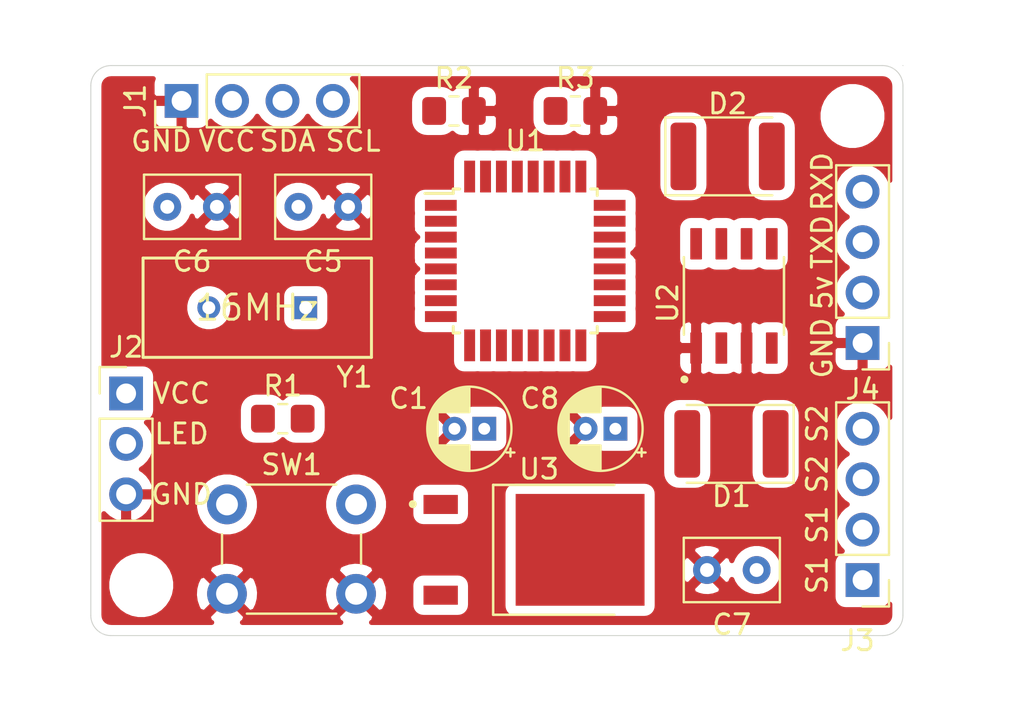
<source format=kicad_pcb>
(kicad_pcb (version 20211014) (generator pcbnew)
  (layers (0 "F.Cu" signal) (31 "B.Cu" signal) (34 "B.Paste" user) (35 "F.Paste" user) (36 "B.SilkS" user "B.Silkscreen") (37 "F.SilkS" user "F.Silkscreen") (38 "B.Mask" user) (39 "F.Mask" user) (44 "Edge.Cuts" user))
  (net 0 "")
  (net 1 "+5V")
  (net 2 "GND")
  (net 5 "VCC")
  (net 6 "/SOL1")
  (net 7 "/SOL2")
  (net 8 "/SCL")
  (net 9 "/SDA")
  (net 10 "/LED")
  (net 11 "/TXD")
  (net 12 "/RXD")
  (net 14 "/Gate1")
  (net 15 "/Gate2")
  (footprint "Capacitor_THT:C_Rect_L4.6mm_W3.0mm_P2.50mm_MKS02_FKP02" (layer "F.Cu") (at 156.972 123.698 180)
    (fp_text reference "C5" (at 1.25 -2.75) (layer "F.SilkS"))
    (fp_text value "22pF")
    (fp_line (start -1.17 -1.62) (end 3.67 -1.62) (layer "F.SilkS") (width 0.12))
    (fp_line (start -1.17 1.62) (end 3.67 1.62) (layer "F.SilkS") (width 0.12))
    (fp_line (start -1.17 -1.62) (end -1.17 1.62) (layer "F.SilkS") (width 0.12))
    (fp_line (start 3.67 -1.62) (end 3.67 1.62) (layer "F.SilkS") (width 0.12))
    (pad "1" thru_hole circle locked (at 0 0 180) (size 1.4 1.4) (drill 0.7) (layers *.Cu *.Mask) (net 2 "GND"))
    (pad "2" thru_hole circle locked (at 2.5 0 180) (size 1.4 1.4) (drill 0.7) (layers *.Cu *.Mask))
  )
  (footprint "Capacitor_THT:C_Rect_L4.6mm_W3.0mm_P2.50mm_MKS02_FKP02" (layer "F.Cu") (at 150.368 123.698 180)
    (fp_text reference "C6" (at 1.25 -2.75) (layer "F.SilkS"))
    (fp_text value "22pF")
    (fp_line (start 3.67 -1.62) (end 3.67 1.62) (layer "F.SilkS") (width 0.12))
    (fp_line (start -1.17 1.62) (end 3.67 1.62) (layer "F.SilkS") (width 0.12))
    (fp_line (start -1.17 -1.62) (end -1.17 1.62) (layer "F.SilkS") (width 0.12))
    (fp_line (start -1.17 -1.62) (end 3.67 -1.62) (layer "F.SilkS") (width 0.12))
    (pad "1" thru_hole circle locked (at 0 0 180) (size 1.4 1.4) (drill 0.7) (layers *.Cu *.Mask) (net 2 "GND"))
    (pad "2" thru_hole circle locked (at 2.5 0 180) (size 1.4 1.4) (drill 0.7) (layers *.Cu *.Mask))
  )
  (footprint "Capacitor_THT:C_Rect_L4.6mm_W3.0mm_P2.50mm_MKS02_FKP02" (layer "F.Cu") (at 177.546 141.986 180)
    (fp_text reference "C7" (at 1.25 -2.75) (layer "F.SilkS"))
    (fp_text value "0.33uF")
    (fp_line (start -1.17 -1.62) (end 3.67 -1.62) (layer "F.SilkS") (width 0.12))
    (fp_line (start -1.17 1.62) (end 3.67 1.62) (layer "F.SilkS") (width 0.12))
    (fp_line (start -1.17 -1.62) (end -1.17 1.62) (layer "F.SilkS") (width 0.12))
    (fp_line (start 3.67 -1.62) (end 3.67 1.62) (layer "F.SilkS") (width 0.12))
    (pad "1" thru_hole circle locked (at 0 0 180) (size 1.4 1.4) (drill 0.7) (layers *.Cu *.Mask) (net 5 "VCC"))
    (pad "2" thru_hole circle locked (at 2.5 0 180) (size 1.4 1.4) (drill 0.7) (layers *.Cu *.Mask) (net 2 "GND"))
  )
  (footprint "Capacitor_THT:CP_Radial_D4.0mm_P1.50mm" (layer "F.Cu") (at 170.434 134.874 180)
    (fp_text reference "C8" (at 3.81 1.524) (layer "F.SilkS"))
    (fp_text value "0.1uF")
    (fp_line (start 2.191 0.84) (end 2.191 1.516) (layer "F.SilkS") (width 0.12))
    (fp_line (start 1.791 0.84) (end 1.791 1.808) (layer "F.SilkS") (width 0.12))
    (fp_line (start 1.591 0.84) (end 1.591 1.907) (layer "F.SilkS") (width 0.12))
    (fp_line (start 0.83 -2.079) (end 0.83 -0.84) (layer "F.SilkS") (width 0.12))
    (fp_line (start 1.19 0.84) (end 1.19 2.034) (layer "F.SilkS") (width 0.12))
    (fp_line (start 1.27 0.84) (end 1.27 2.016) (layer "F.SilkS") (width 0.12))
    (fp_line (start 1.39 0.84) (end 1.39 1.982) (layer "F.SilkS") (width 0.12))
    (fp_line (start 1.951 -1.708) (end 1.951 -0.84) (layer "F.SilkS") (width 0.12))
    (fp_line (start 1.43 -1.968) (end 1.43 -0.84) (layer "F.SilkS") (width 0.12))
    (fp_line (start 1.831 -1.785) (end 1.831 -0.84) (layer "F.SilkS") (width 0.12))
    (fp_line (start 1.551 -1.924) (end 1.551 -0.84) (layer "F.SilkS") (width 0.12))
    (fp_line (start 2.551 -1.08) (end 2.551 1.08) (layer "F.SilkS") (width 0.12))
    (fp_line (start 2.071 0.84) (end 2.071 1.619) (layer "F.SilkS") (width 0.12))
    (fp_line (start 2.231 0.84) (end 2.231 1.478) (layer "F.SilkS") (width 0.12))
    (fp_line (start 1.07 0.84) (end 1.07 2.056) (layer "F.SilkS") (width 0.12))
    (fp_line (start 1.511 -1.94) (end 1.511 -0.84) (layer "F.SilkS") (width 0.12))
    (fp_line (start 1.43 0.84) (end 1.43 1.968) (layer "F.SilkS") (width 0.12))
    (fp_line (start 1.23 0.84) (end 1.23 2.025) (layer "F.SilkS") (width 0.12))
    (fp_line (start 2.351 -1.351) (end 2.351 1.351) (layer "F.SilkS") (width 0.12))
    (fp_line (start 2.031 0.84) (end 2.031 1.65) (layer "F.SilkS") (width 0.12))
    (fp_line (start 1.671 0.84) (end 1.671 1.87) (layer "F.SilkS") (width 0.12))
    (fp_line (start 2.311 -1.396) (end 2.311 -0.84) (layer "F.SilkS") (width 0.12))
    (fp_line (start 2.711 -0.768) (end 2.711 0.768) (layer "F.SilkS") (width 0.12))
    (fp_line (start 1.671 -1.87) (end 1.671 -0.84) (layer "F.SilkS") (width 0.12))
    (fp_line (start 1.791 -1.808) (end 1.791 -0.84) (layer "F.SilkS") (width 0.12))
    (fp_line (start 1.551 0.84) (end 1.551 1.924) (layer "F.SilkS") (width 0.12))
    (fp_line (start 1.03 0.84) (end 1.03 2.062) (layer "F.SilkS") (width 0.12))
    (fp_line (start 1.751 -1.83) (end 1.751 -0.84) (layer "F.SilkS") (width 0.12))
    (fp_line (start 1.871 -1.76) (end 1.871 -0.84) (layer "F.SilkS") (width 0.12))
    (fp_line (start 0.95 -2.071) (end 0.95 -0.84) (layer "F.SilkS") (width 0.12))
    (fp_line (start 1.911 0.84) (end 1.911 1.735) (layer "F.SilkS") (width 0.12))
    (fp_line (start 1.711 0.84) (end 1.711 1.851) (layer "F.SilkS") (width 0.12))
    (fp_line (start 0.95 0.84) (end 0.95 2.071) (layer "F.SilkS") (width 0.12))
    (fp_line (start 1.27 -2.016) (end 1.27 -0.84) (layer "F.SilkS") (width 0.12))
    (fp_line (start 0.75 0.84) (end 0.75 2.08) (layer "F.SilkS") (width 0.12))
    (fp_line (start 2.111 -1.587) (end 2.111 -0.84) (layer "F.SilkS") (width 0.12))
    (fp_line (start 1.631 0.84) (end 1.631 1.889) (layer "F.SilkS") (width 0.12))
    (fp_line (start 0.91 -2.074) (end 0.91 -0.84) (layer "F.SilkS") (width 0.12))
    (fp_line (start 0.87 0.84) (end 0.87 2.077) (layer "F.SilkS") (width 0.12))
    (fp_line (start 2.231 -1.478) (end 2.231 -0.84) (layer "F.SilkS") (width 0.12))
    (fp_line (start 0.91 0.84) (end 0.91 2.074) (layer "F.SilkS") (width 0.12))
    (fp_line (start 2.591 -1.013) (end 2.591 1.013) (layer "F.SilkS") (width 0.12))
    (fp_line (start 1.35 0.84) (end 1.35 1.994) (layer "F.SilkS") (width 0.12))
    (fp_line (start 2.031 -1.65) (end 2.031 -0.84) (layer "F.SilkS") (width 0.12))
    (fp_line (start 1.31 -2.005) (end 1.31 -0.84) (layer "F.SilkS") (width 0.12))
    (fp_line (start 2.471 -1.2) (end 2.471 1.2) (layer "F.SilkS") (width 0.12))
    (fp_line (start 1.511 0.84) (end 1.511 1.94) (layer "F.SilkS") (width 0.12))
    (fp_line (start 1.15 0.84) (end 1.15 2.042) (layer "F.SilkS") (width 0.12))
    (fp_line (start 0.87 -2.077) (end 0.87 -0.84) (layer "F.SilkS") (width 0.12))
    (fp_line (start 1.03 -2.062) (end 1.03 -0.84) (layer "F.SilkS") (width 0.12))
    (fp_line (start 1.951 0.84) (end 1.951 1.708) (layer "F.SilkS") (width 0.12))
    (fp_line (start 1.991 -1.68) (end 1.991 -0.84) (layer "F.SilkS") (width 0.12))
    (fp_line (start -1.319801 -1.395) (end -1.319801 -0.995) (layer "F.SilkS") (width 0.12))
    (fp_line (start 1.631 -1.889) (end 1.631 -0.84) (layer "F.SilkS") (width 0.12))
    (fp_line (start -1.519801 -1.195) (end -1.119801 -1.195) (layer "F.SilkS") (width 0.12))
    (fp_line (start 1.471 -1.954) (end 1.471 -0.84) (layer "F.SilkS") (width 0.12))
    (fp_line (start 2.151 -1.552) (end 2.151 -0.84) (layer "F.SilkS") (width 0.12))
    (fp_line (start 2.191 -1.516) (end 2.191 -0.84) (layer "F.SilkS") (width 0.12))
    (fp_line (start 1.751 0.84) (end 1.751 1.83) (layer "F.SilkS") (width 0.12))
    (fp_line (start 1.991 0.84) (end 1.991 1.68) (layer "F.SilkS") (width 0.12))
    (fp_line (start 1.07 -2.056) (end 1.07 -0.84) (layer "F.SilkS") (width 0.12))
    (fp_line (start 1.15 -2.042) (end 1.15 -0.84) (layer "F.SilkS") (width 0.12))
    (fp_line (start 1.711 -1.851) (end 1.711 -0.84) (layer "F.SilkS") (width 0.12))
    (fp_line (start 2.071 -1.619) (end 2.071 -0.84) (layer "F.SilkS") (width 0.12))
    (fp_line (start 2.271 0.84) (end 2.271 1.438) (layer "F.SilkS") (width 0.12))
    (fp_line (start 2.271 -1.438) (end 2.271 -0.84) (layer "F.SilkS") (width 0.12))
    (fp_line (start 2.631 -0.94) (end 2.631 0.94) (layer "F.SilkS") (width 0.12))
    (fp_line (start 1.11 0.84) (end 1.11 2.05) (layer "F.SilkS") (width 0.12))
    (fp_line (start 2.431 -1.254) (end 2.431 1.254) (layer "F.SilkS") (width 0.12))
    (fp_line (start 0.99 -2.067) (end 0.99 -0.84) (layer "F.SilkS") (width 0.12))
    (fp_line (start 0.79 0.84) (end 0.79 2.08) (layer "F.SilkS") (width 0.12))
    (fp_line (start 1.871 0.84) (end 1.871 1.76) (layer "F.SilkS") (width 0.12))
    (fp_line (start 2.391 -1.304) (end 2.391 1.304) (layer "F.SilkS") (width 0.12))
    (fp_line (start 2.511 -1.142) (end 2.511 1.142) (layer "F.SilkS") (width 0.12))
    (fp_line (start 2.831 -0.37) (end 2.831 0.37) (layer "F.SilkS") (width 0.12))
    (fp_line (start 2.671 -0.859) (end 2.671 0.859) (layer "F.SilkS") (width 0.12))
    (fp_line (start 2.791 -0.537) (end 2.791 0.537) (layer "F.SilkS") (width 0.12))
    (fp_line (start 1.11 -2.05) (end 1.11 -0.84) (layer "F.SilkS") (width 0.12))
    (fp_line (start 2.311 0.84) (end 2.311 1.396) (layer "F.SilkS") (width 0.12))
    (fp_line (start 2.151 0.84) (end 2.151 1.552) (layer "F.SilkS") (width 0.12))
    (fp_line (start 1.23 -2.025) (end 1.23 -0.84) (layer "F.SilkS") (width 0.12))
    (fp_line (start 1.31 0.84) (end 1.31 2.005) (layer "F.SilkS") (width 0.12))
    (fp_line (start 2.751 -0.664) (end 2.751 0.664) (layer "F.SilkS") (width 0.12))
    (fp_line (start 0.75 -2.08) (end 0.75 -0.84) (layer "F.SilkS") (width 0.12))
    (fp_line (start 1.39 -1.982) (end 1.39 -0.84) (layer "F.SilkS") (width 0.12))
    (fp_line (start 1.35 -1.994) (end 1.35 -0.84) (layer "F.SilkS") (width 0.12))
    (fp_line (start 1.591 -1.907) (end 1.591 -0.84) (layer "F.SilkS") (width 0.12))
    (fp_line (start 0.79 -2.08) (end 0.79 -0.84) (layer "F.SilkS") (width 0.12))
    (fp_line (start 1.911 -1.735) (end 1.911 -0.84) (layer "F.SilkS") (width 0.12))
    (fp_line (start 1.471 0.84) (end 1.471 1.954) (layer "F.SilkS") (width 0.12))
    (fp_line (start 0.99 0.84) (end 0.99 2.067) (layer "F.SilkS") (width 0.12))
    (fp_line (start 2.111 0.84) (end 2.111 1.587) (layer "F.SilkS") (width 0.12))
    (fp_line (start 1.831 0.84) (end 1.831 1.785) (layer "F.SilkS") (width 0.12))
    (fp_line (start 0.83 0.84) (end 0.83 2.079) (layer "F.SilkS") (width 0.12))
    (fp_line (start 1.19 -2.034) (end 1.19 -0.84) (layer "F.SilkS") (width 0.12))
    (fp_circle (center 0.75 0) (end 2.87 0) (layer "F.SilkS") (width 0.12) (fill none))
    (pad "1" thru_hole rect locked (at 0 0 180) (size 1.2 1.2) (drill 0.6) (layers *.Cu *.Mask) (net 1 "+5V"))
    (pad "2" thru_hole circle locked (at 1.5 0 180) (size 1.2 1.2) (drill 0.6) (layers *.Cu *.Mask) (net 2 "GND"))
  )
  (footprint "Diode_SMD:D_1812_4532Metric_Pad1.30x3.40mm_HandSolder" (layer "F.Cu") (at 176.276 135.636 180)
    (fp_text reference "D1" (at 0 -2.65) (layer "F.SilkS"))
    (fp_text value "DIODE")
    (fp_line (start -3.135 1.96) (end 2.25 1.96) (layer "F.SilkS") (width 0.12))
    (fp_line (start 2.25 -1.96) (end -3.135 -1.96) (layer "F.SilkS") (width 0.12))
    (fp_line (start -3.135 -1.96) (end -3.135 1.96) (layer "F.SilkS") (width 0.12))
    (pad "1" smd roundrect locked (at -2.225 0 180) (size 1.3 3.4) (layers "F.Cu" "F.Paste" "F.Mask") (roundrect_rratio 0.192308) (net 6 "/SOL1"))
    (pad "2" smd roundrect locked (at 2.225 0 180) (size 1.3 3.4) (layers "F.Cu" "F.Paste" "F.Mask") (roundrect_rratio 0.192308) (net 5 "VCC"))
  )
  (footprint "Diode_SMD:D_1812_4532Metric_Pad1.30x3.40mm_HandSolder" (layer "F.Cu") (at 176.083 121.158)
    (fp_text reference "D2" (at 0 -2.65) (layer "F.SilkS"))
    (fp_text value "DIODE")
    (fp_line (start -3.135 -1.96) (end -3.135 1.96) (layer "F.SilkS") (width 0.12))
    (fp_line (start -3.135 1.96) (end 2.25 1.96) (layer "F.SilkS") (width 0.12))
    (fp_line (start 2.25 -1.96) (end -3.135 -1.96) (layer "F.SilkS") (width 0.12))
    (pad "1" smd roundrect locked (at -2.225 0) (size 1.3 3.4) (layers "F.Cu" "F.Paste" "F.Mask") (roundrect_rratio 0.192308) (net 7 "/SOL2"))
    (pad "2" smd roundrect locked (at 2.225 0) (size 1.3 3.4) (layers "F.Cu" "F.Paste" "F.Mask") (roundrect_rratio 0.192308) (net 5 "VCC"))
  )
  (footprint "Connector_PinHeader_2.54mm:PinHeader_1x04_P2.54mm_Vertical" (layer "F.Cu") (at 148.59 118.364 90)
    (fp_text reference "J1" (at 0 -2.33 90) (layer "F.SilkS"))
    (fp_text value "Power and Data Female")
    (fp_line (start -1.33 -1.33) (end 0 -1.33) (layer "F.SilkS") (width 0.12))
    (fp_line (start -1.33 0) (end -1.33 -1.33) (layer "F.SilkS") (width 0.12))
    (fp_line (start -1.33 1.27) (end -1.33 8.95) (layer "F.SilkS") (width 0.12))
    (fp_line (start 1.33 1.27) (end 1.33 8.95) (layer "F.SilkS") (width 0.12))
    (fp_line (start -1.33 8.95) (end 1.33 8.95) (layer "F.SilkS") (width 0.12))
    (fp_line (start -1.33 1.27) (end 1.33 1.27) (layer "F.SilkS") (width 0.12))
    (pad "1" thru_hole rect locked (at 0 0 90) (size 1.7 1.7) (drill 1) (layers *.Cu *.Mask) (net 2 "GND"))
    (pad "2" thru_hole oval locked (at 0 2.54 90) (size 1.7 1.7) (drill 1) (layers *.Cu *.Mask) (net 5 "VCC"))
    (pad "3" thru_hole oval locked (at 0 5.08 90) (size 1.7 1.7) (drill 1) (layers *.Cu *.Mask) (net 9 "/SDA"))
    (pad "4" thru_hole oval locked (at 0 7.62 90) (size 1.7 1.7) (drill 1) (layers *.Cu *.Mask) (net 8 "/SCL"))
  )
  (footprint "Connector_PinHeader_2.54mm:PinHeader_1x03_P2.54mm_Vertical" (layer "F.Cu") (at 145.796 133.096)
    (fp_text reference "J2" (at 0 -2.33) (layer "F.SilkS"))
    (fp_text value "LED Female")
    (fp_line (start -1.33 6.41) (end 1.33 6.41) (layer "F.SilkS") (width 0.12))
    (fp_line (start -1.33 0) (end -1.33 -1.33) (layer "F.SilkS") (width 0.12))
    (fp_line (start 1.33 1.27) (end 1.33 6.41) (layer "F.SilkS") (width 0.12))
    (fp_line (start -1.33 1.27) (end 1.33 1.27) (layer "F.SilkS") (width 0.12))
    (fp_line (start -1.33 1.27) (end -1.33 6.41) (layer "F.SilkS") (width 0.12))
    (fp_line (start -1.33 -1.33) (end 0 -1.33) (layer "F.SilkS") (width 0.12))
    (pad "1" thru_hole rect locked (at 0 0) (size 1.7 1.7) (drill 1) (layers *.Cu *.Mask) (net 5 "VCC"))
    (pad "2" thru_hole oval locked (at 0 2.54) (size 1.7 1.7) (drill 1) (layers *.Cu *.Mask) (net 10 "/LED"))
    (pad "3" thru_hole oval locked (at 0 5.08) (size 1.7 1.7) (drill 1) (layers *.Cu *.Mask) (net 2 "GND"))
  )
  (footprint "Resistor_SMD:R_0805_2012Metric_Pad1.20x1.40mm_HandSolder" (layer "F.Cu") (at 162.306 118.872)
    (fp_text reference "R2" (at 0 -1.65) (layer "F.SilkS"))
    (fp_text value "10K")
    (fp_line (start -0.227064 -0.735) (end 0.227064 -0.735) (layer "F.SilkS") (width 0.12))
    (fp_line (start -0.227064 0.735) (end 0.227064 0.735) (layer "F.SilkS") (width 0.12))
    (pad "1" smd roundrect locked (at -1 0) (size 1.2 1.4) (layers "F.Cu" "F.Paste" "F.Mask") (roundrect_rratio 0.208333) (net 14 "/Gate1"))
    (pad "2" smd roundrect locked (at 1 0) (size 1.2 1.4) (layers "F.Cu" "F.Paste" "F.Mask") (roundrect_rratio 0.208333) (net 2 "GND"))
  )
  (footprint "Button_Switch_THT:SW_PUSH_6mm" (layer "F.Cu") (at 150.876 138.684)
    (fp_text reference "SW1" (at 3.25 -2) (layer "F.SilkS"))
    (fp_text value "SW_Push_Dual")
    (fp_line (start -0.25 1.5) (end -0.25 3) (layer "F.SilkS") (width 0.12))
    (fp_line (start 5.5 -1) (end 1 -1) (layer "F.SilkS") (width 0.12))
    (fp_line (start 6.75 3) (end 6.75 1.5) (layer "F.SilkS") (width 0.12))
    (fp_line (start 1 5.5) (end 5.5 5.5) (layer "F.SilkS") (width 0.12))
    (pad "1" thru_hole circle locked (at 6.5 0 90) (size 2 2) (drill 1.1) (layers *.Cu *.Mask) (net 1 "+5V"))
    (pad "1" thru_hole circle locked (at 0 0 90) (size 2 2) (drill 1.1) (layers *.Cu *.Mask) (net 1 "+5V"))
    (pad "2" thru_hole circle locked (at 6.5 4.5 90) (size 2 2) (drill 1.1) (layers *.Cu *.Mask) (net 2 "GND"))
    (pad "2" thru_hole circle locked (at 0 4.5 90) (size 2 2) (drill 1.1) (layers *.Cu *.Mask) (net 2 "GND"))
  )
  (footprint "Package_QFP:TQFP-32_7x7mm_P0.8mm" (layer "F.Cu") (at 165.894 126.424)
    (fp_text reference "U1" (at 0 -6.05) (layer "F.SilkS"))
    (fp_text value "ATmega328P-AU")
    (fp_line (start -3.625 3.625) (end -3.3 3.625) (layer "F.SilkS") (width 0.15))
    (fp_line (start 3.625 3.625) (end 3.3 3.625) (layer "F.SilkS") (width 0.15))
    (fp_line (start 3.625 3.625) (end 3.625 3.3) (layer "F.SilkS") (width 0.15))
    (fp_line (start -3.625 -3.625) (end -3.3 -3.625) (layer "F.SilkS") (width 0.15))
    (fp_line (start -3.625 3.625) (end -3.625 3.3) (layer "F.SilkS") (width 0.15))
    (fp_line (start -3.625 -3.4) (end -5.05 -3.4) (layer "F.SilkS") (width 0.15))
    (fp_line (start 3.625 -3.625) (end 3.3 -3.625) (layer "F.SilkS") (width 0.15))
    (fp_line (start -3.625 -3.625) (end -3.625 -3.4) (layer "F.SilkS") (width 0.15))
    (fp_line (start 3.625 -3.625) (end 3.625 -3.3) (layer "F.SilkS") (width 0.15))
    (pad "1" smd rect locked (at -4.25 -2.8) (size 1.6 0.55) (layers "F.Cu" "F.Paste" "F.Mask"))
    (pad "2" smd rect locked (at -4.25 -2) (size 1.6 0.55) (layers "F.Cu" "F.Paste" "F.Mask"))
    (pad "3" smd rect locked (at -4.25 -1.2) (size 1.6 0.55) (layers "F.Cu" "F.Paste" "F.Mask") (net 2 "GND"))
    (pad "4" smd rect locked (at -4.25 -0.4) (size 1.6 0.55) (layers "F.Cu" "F.Paste" "F.Mask") (net 1 "+5V"))
    (pad "5" smd rect locked (at -4.25 0.4) (size 1.6 0.55) (layers "F.Cu" "F.Paste" "F.Mask") (net 2 "GND"))
    (pad "6" smd rect locked (at -4.25 1.2) (size 1.6 0.55) (layers "F.Cu" "F.Paste" "F.Mask") (net 1 "+5V"))
    (pad "7" smd rect locked (at -4.25 2) (size 1.6 0.55) (layers "F.Cu" "F.Paste" "F.Mask"))
    (pad "8" smd rect locked (at -4.25 2.8) (size 1.6 0.55) (layers "F.Cu" "F.Paste" "F.Mask"))
    (pad "9" smd rect locked (at -2.8 4.25 90) (size 1.6 0.55) (layers "F.Cu" "F.Paste" "F.Mask") (net 10 "/LED"))
    (pad "10" smd rect locked (at -2 4.25 90) (size 1.6 0.55) (layers "F.Cu" "F.Paste" "F.Mask") (net 14 "/Gate1"))
    (pad "11" smd rect locked (at -1.2 4.25 90) (size 1.6 0.55) (layers "F.Cu" "F.Paste" "F.Mask") (net 15 "/Gate2"))
    (pad "12" smd rect locked (at -0.4 4.25 90) (size 1.6 0.55) (layers "F.Cu" "F.Paste" "F.Mask"))
    (pad "13" smd rect locked (at 0.4 4.25 90) (size 1.6 0.55) (layers "F.Cu" "F.Paste" "F.Mask"))
    (pad "14" smd rect locked (at 1.2 4.25 90) (size 1.6 0.55) (layers "F.Cu" "F.Paste" "F.Mask"))
    (pad "15" smd rect locked (at 2 4.25 90) (size 1.6 0.55) (layers "F.Cu" "F.Paste" "F.Mask"))
    (pad "16" smd rect locked (at 2.8 4.25 90) (size 1.6 0.55) (layers "F.Cu" "F.Paste" "F.Mask"))
    (pad "17" smd rect locked (at 4.25 2.8) (size 1.6 0.55) (layers "F.Cu" "F.Paste" "F.Mask"))
    (pad "18" smd rect locked (at 4.25 2) (size 1.6 0.55) (layers "F.Cu" "F.Paste" "F.Mask") (net 1 "+5V"))
    (pad "19" smd rect locked (at 4.25 1.2) (size 1.6 0.55) (layers "F.Cu" "F.Paste" "F.Mask"))
    (pad "20" smd rect locked (at 4.25 0.4) (size 1.6 0.55) (layers "F.Cu" "F.Paste" "F.Mask") (net 1 "+5V"))
    (pad "21" smd rect locked (at 4.25 -0.4) (size 1.6 0.55) (layers "F.Cu" "F.Paste" "F.Mask") (net 2 "GND"))
    (pad "22" smd rect locked (at 4.25 -1.2) (size 1.6 0.55) (layers "F.Cu" "F.Paste" "F.Mask"))
    (pad "23" smd rect locked (at 4.25 -2) (size 1.6 0.55) (layers "F.Cu" "F.Paste" "F.Mask"))
    (pad "24" smd rect locked (at 4.25 -2.8) (size 1.6 0.55) (layers "F.Cu" "F.Paste" "F.Mask"))
    (pad "25" smd rect locked (at 2.8 -4.25 90) (size 1.6 0.55) (layers "F.Cu" "F.Paste" "F.Mask"))
    (pad "26" smd rect locked (at 2 -4.25 90) (size 1.6 0.55) (layers "F.Cu" "F.Paste" "F.Mask"))
    (pad "27" smd rect locked (at 1.2 -4.25 90) (size 1.6 0.55) (layers "F.Cu" "F.Paste" "F.Mask") (net 9 "/SDA"))
    (pad "28" smd rect locked (at 0.4 -4.25 90) (size 1.6 0.55) (layers "F.Cu" "F.Paste" "F.Mask") (net 8 "/SCL"))
    (pad "29" smd rect locked (at -0.4 -4.25 90) (size 1.6 0.55) (layers "F.Cu" "F.Paste" "F.Mask"))
    (pad "30" smd rect locked (at -1.2 -4.25 90) (size 1.6 0.55) (layers "F.Cu" "F.Paste" "F.Mask") (net 12 "/RXD"))
    (pad "31" smd rect locked (at -2 -4.25 90) (size 1.6 0.55) (layers "F.Cu" "F.Paste" "F.Mask") (net 11 "/TXD"))
    (pad "32" smd rect locked (at -2.8 -4.25 90) (size 1.6 0.55) (layers "F.Cu" "F.Paste" "F.Mask"))
  )
  (footprint "footprints:SOIC127P600X150-8N" (layer "F.Cu") (at 176.403 128.185 90)
    (fp_text reference "U2" (at -0.355 -3.332 90) (layer "F.SilkS"))
    (fp_text value "DMN4026SSD")
    (fp_line (start -1.95 2.52) (end 1.95 2.52) (layer "F.SilkS") (width 0.127))
    (fp_line (start -1.95 -2.52) (end 1.95 -2.52) (layer "F.SilkS") (width 0.127))
    (fp_circle (center -4.205 -2.495) (end -4.105 -2.495) (layer "F.SilkS") (width 0.2) (fill none))
    (pad "1" smd roundrect locked (at -2.625 -1.905 90) (size 1.58 0.59) (layers "F.Cu" "F.Paste" "F.Mask") (roundrect_rratio 0.07) (net 2 "GND"))
    (pad "2" smd roundrect locked (at -2.625 -0.635 90) (size 1.58 0.59) (layers "F.Cu" "F.Paste" "F.Mask") (roundrect_rratio 0.07) (net 14 "/Gate1"))
    (pad "3" smd roundrect locked (at -2.625 0.635 90) (size 1.58 0.59) (layers "F.Cu" "F.Paste" "F.Mask") (roundrect_rratio 0.07) (net 2 "GND"))
    (pad "4" smd roundrect locked (at -2.625 1.905 90) (size 1.58 0.59) (layers "F.Cu" "F.Paste" "F.Mask") (roundrect_rratio 0.07) (net 15 "/Gate2"))
    (pad "5" smd roundrect locked (at 2.625 1.905 90) (size 1.58 0.59) (layers "F.Cu" "F.Paste" "F.Mask") (roundrect_rratio 0.07) (net 6 "/SOL1"))
    (pad "6" smd roundrect locked (at 2.625 0.635 90) (size 1.58 0.59) (layers "F.Cu" "F.Paste" "F.Mask") (roundrect_rratio 0.07) (net 6 "/SOL1"))
    (pad "7" smd roundrect locked (at 2.625 -0.635 90) (size 1.58 0.59) (layers "F.Cu" "F.Paste" "F.Mask") (roundrect_rratio 0.07) (net 7 "/SOL2"))
    (pad "8" smd roundrect locked (at 2.625 -1.905 90) (size 1.58 0.59) (layers "F.Cu" "F.Paste" "F.Mask") (roundrect_rratio 0.07) (net 7 "/SOL2"))
  )
  (footprint "footprints:TO228P991X255-3N" (layer "F.Cu") (at 166.336 140.97)
    (fp_text reference "U3" (at 0.254 -4.064) (layer "F.SilkS"))
    (fp_text value "LM78M05CDTX/NOPB")
    (fp_line (start -2.058 -3.27) (end -2.058 3.27) (layer "F.SilkS") (width 0.127))
    (fp_line (start -2.058 3.27) (end 4.043 3.27) (layer "F.SilkS") (width 0.127))
    (fp_line (start 4.043 -3.27) (end -2.058 -3.27) (layer "F.SilkS") (width 0.127))
    (fp_circle (center -6.105 -2.3) (end -6.005 -2.3) (layer "F.SilkS") (width 0.2) (fill none))
    (pad "1" smd rect locked (at -4.7 -2.285) (size 1.73 0.96) (layers "F.Cu" "F.Paste" "F.Mask") (net 1 "+5V"))
    (pad "3" smd rect locked (at -4.7 2.285) (size 1.73 0.96) (layers "F.Cu" "F.Paste" "F.Mask") (net 5 "VCC"))
    (pad "4" smd rect locked (at 2.32 0) (size 6.49 5.63) (layers "F.Cu" "F.Mask"))
  )
  (footprint "footprints:Abracon-ABL-16.000MHZ-B2-0" (layer "F.Cu") (at 152.4 128.778 180)
    (fp_text reference "Y1" (at -5.9 -3.5) (layer "F.SilkS") (effects (justify right)))
    (fp_text value "16MHz" (at 0 0) (layer "F.SilkS") (effects (font (size 1.27 1.27))))
    (fp_line (start -5.75 -2.5) (end 5.75 -2.5) (layer "F.SilkS") (width 0.15))
    (fp_line (start 5.75 2.5) (end -5.75 2.5) (layer "F.SilkS") (width 0.15))
    (fp_line (start -5.75 2.5) (end -5.75 -2.5) (layer "F.SilkS") (width 0.15))
    (fp_line (start 5.75 -2.5) (end 5.75 2.5) (layer "F.SilkS") (width 0.15))
    (pad "1" thru_hole rect locked (at -2.44 0 180) (size 1.15 1.15) (drill 0.65) (layers *.Cu))
    (pad "2" thru_hole circle locked (at 2.44 0 180) (size 1.15 1.15) (drill 0.65) (layers *.Cu))
  )
  (footprint "Resistor_SMD:R_0805_2012Metric_Pad1.20x1.40mm_HandSolder" (layer "F.Cu") (at 168.418 118.872)
    (fp_text reference "R3" (at 0 -1.65) (layer "F.SilkS"))
    (fp_text value "10K")
    (fp_line (start -0.227064 0.735) (end 0.227064 0.735) (layer "F.SilkS") (width 0.12))
    (fp_line (start -0.227064 -0.735) (end 0.227064 -0.735) (layer "F.SilkS") (width 0.12))
    (pad "1" smd roundrect locked (at -1 0) (size 1.2 1.4) (layers "F.Cu" "F.Paste" "F.Mask") (roundrect_rratio 0.208333) (net 15 "/Gate2"))
    (pad "2" smd roundrect locked (at 1 0) (size 1.2 1.4) (layers "F.Cu" "F.Paste" "F.Mask") (roundrect_rratio 0.208333) (net 2 "GND"))
  )
  (footprint "Resistor_SMD:R_0805_2012Metric_Pad1.20x1.40mm_HandSolder" (layer "F.Cu") (at 153.686 134.366)
    (fp_text reference "R1" (at 0 -1.65) (layer "F.SilkS"))
    (fp_text value "10K")
    (fp_line (start -0.227064 -0.735) (end 0.227064 -0.735) (layer "F.SilkS") (width 0.12))
    (fp_line (start -0.227064 0.735) (end 0.227064 0.735) (layer "F.SilkS") (width 0.12))
    (pad "1" smd roundrect locked (at -1 0) (size 1.2 1.4) (layers "F.Cu" "F.Paste" "F.Mask") (roundrect_rratio 0.208333) (net 1 "+5V"))
    (pad "2" smd roundrect locked (at 1 0) (size 1.2 1.4) (layers "F.Cu" "F.Paste" "F.Mask") (roundrect_rratio 0.208333))
  )
  (footprint "Capacitor_THT:CP_Radial_D4.0mm_P1.50mm" (layer "F.Cu") (at 163.83 134.874 180)
    (fp_text reference "C1" (at 3.81 1.524) (layer "F.SilkS"))
    (fp_text value "10uF")
    (fp_line (start 2.511 -1.142) (end 2.511 1.142) (layer "F.SilkS") (width 0.12))
    (fp_line (start 1.07 0.84) (end 1.07 2.056) (layer "F.SilkS") (width 0.12))
    (fp_line (start 1.43 -1.968) (end 1.43 -0.84) (layer "F.SilkS") (width 0.12))
    (fp_line (start 1.791 -1.808) (end 1.791 -0.84) (layer "F.SilkS") (width 0.12))
    (fp_line (start 1.791 0.84) (end 1.791 1.808) (layer "F.SilkS") (width 0.12))
    (fp_line (start 1.751 -1.83) (end 1.751 -0.84) (layer "F.SilkS") (width 0.12))
    (fp_line (start 1.471 0.84) (end 1.471 1.954) (layer "F.SilkS") (width 0.12))
    (fp_line (start 1.591 -1.907) (end 1.591 -0.84) (layer "F.SilkS") (width 0.12))
    (fp_line (start 1.31 -2.005) (end 1.31 -0.84) (layer "F.SilkS") (width 0.12))
    (fp_line (start 1.591 0.84) (end 1.591 1.907) (layer "F.SilkS") (width 0.12))
    (fp_line (start 2.111 0.84) (end 2.111 1.587) (layer "F.SilkS") (width 0.12))
    (fp_line (start 1.07 -2.056) (end 1.07 -0.84) (layer "F.SilkS") (width 0.12))
    (fp_line (start 0.83 0.84) (end 0.83 2.079) (layer "F.SilkS") (width 0.12))
    (fp_line (start 1.751 0.84) (end 1.751 1.83) (layer "F.SilkS") (width 0.12))
    (fp_line (start 2.071 0.84) (end 2.071 1.619) (layer "F.SilkS") (width 0.12))
    (fp_line (start 1.35 -1.994) (end 1.35 -0.84) (layer "F.SilkS") (width 0.12))
    (fp_line (start 2.391 -1.304) (end 2.391 1.304) (layer "F.SilkS") (width 0.12))
    (fp_line (start 1.991 0.84) (end 1.991 1.68) (layer "F.SilkS") (width 0.12))
    (fp_line (start 1.711 0.84) (end 1.711 1.851) (layer "F.SilkS") (width 0.12))
    (fp_line (start 2.831 -0.37) (end 2.831 0.37) (layer "F.SilkS") (width 0.12))
    (fp_line (start 1.511 -1.94) (end 1.511 -0.84) (layer "F.SilkS") (width 0.12))
    (fp_line (start 1.23 -2.025) (end 1.23 -0.84) (layer "F.SilkS") (width 0.12))
    (fp_line (start 1.19 -2.034) (end 1.19 -0.84) (layer "F.SilkS") (width 0.12))
    (fp_line (start 2.071 -1.619) (end 2.071 -0.84) (layer "F.SilkS") (width 0.12))
    (fp_line (start 2.471 -1.2) (end 2.471 1.2) (layer "F.SilkS") (width 0.12))
    (fp_line (start 1.671 -1.87) (end 1.671 -0.84) (layer "F.SilkS") (width 0.12))
    (fp_line (start 1.991 -1.68) (end 1.991 -0.84) (layer "F.SilkS") (width 0.12))
    (fp_line (start 2.231 -1.478) (end 2.231 -0.84) (layer "F.SilkS") (width 0.12))
    (fp_line (start 0.79 -2.08) (end 0.79 -0.84) (layer "F.SilkS") (width 0.12))
    (fp_line (start 0.91 -2.074) (end 0.91 -0.84) (layer "F.SilkS") (width 0.12))
    (fp_line (start 0.75 -2.08) (end 0.75 -0.84) (layer "F.SilkS") (width 0.12))
    (fp_line (start 1.631 0.84) (end 1.631 1.889) (layer "F.SilkS") (width 0.12))
    (fp_line (start 1.631 -1.889) (end 1.631 -0.84) (layer "F.SilkS") (width 0.12))
    (fp_line (start 1.551 -1.924) (end 1.551 -0.84) (layer "F.SilkS") (width 0.12))
    (fp_line (start 1.27 -2.016) (end 1.27 -0.84) (layer "F.SilkS") (width 0.12))
    (fp_line (start -1.319801 -1.395) (end -1.319801 -0.995) (layer "F.SilkS") (width 0.12))
    (fp_line (start 1.911 -1.735) (end 1.911 -0.84) (layer "F.SilkS") (width 0.12))
    (fp_line (start 2.151 -1.552) (end 2.151 -0.84) (layer "F.SilkS") (width 0.12))
    (fp_line (start 2.271 -1.438) (end 2.271 -0.84) (layer "F.SilkS") (width 0.12))
    (fp_line (start 1.671 0.84) (end 1.671 1.87) (layer "F.SilkS") (width 0.12))
    (fp_line (start 1.711 -1.851) (end 1.711 -0.84) (layer "F.SilkS") (width 0.12))
    (fp_line (start 0.95 -2.071) (end 0.95 -0.84) (layer "F.SilkS") (width 0.12))
    (fp_line (start 2.231 0.84) (end 2.231 1.478) (layer "F.SilkS") (width 0.12))
    (fp_line (start 2.751 -0.664) (end 2.751 0.664) (layer "F.SilkS") (width 0.12))
    (fp_line (start 0.87 -2.077) (end 0.87 -0.84) (layer "F.SilkS") (width 0.12))
    (fp_line (start 0.91 0.84) (end 0.91 2.074) (layer "F.SilkS") (width 0.12))
    (fp_line (start 1.951 0.84) (end 1.951 1.708) (layer "F.SilkS") (width 0.12))
    (fp_line (start 1.35 0.84) (end 1.35 1.994) (layer "F.SilkS") (width 0.12))
    (fp_line (start 0.79 0.84) (end 0.79 2.08) (layer "F.SilkS") (width 0.12))
    (fp_line (start 1.831 0.84) (end 1.831 1.785) (layer "F.SilkS") (width 0.12))
    (fp_line (start 2.031 0.84) (end 2.031 1.65) (layer "F.SilkS") (width 0.12))
    (fp_line (start 1.19 0.84) (end 1.19 2.034) (layer "F.SilkS") (width 0.12))
    (fp_line (start 2.791 -0.537) (end 2.791 0.537) (layer "F.SilkS") (width 0.12))
    (fp_line (start 2.111 -1.587) (end 2.111 -0.84) (layer "F.SilkS") (width 0.12))
    (fp_line (start 1.471 -1.954) (end 1.471 -0.84) (layer "F.SilkS") (width 0.12))
    (fp_line (start 2.431 -1.254) (end 2.431 1.254) (layer "F.SilkS") (width 0.12))
    (fp_line (start 1.15 -2.042) (end 1.15 -0.84) (layer "F.SilkS") (width 0.12))
    (fp_line (start 1.31 0.84) (end 1.31 2.005) (layer "F.SilkS") (width 0.12))
    (fp_line (start 1.871 -1.76) (end 1.871 -0.84) (layer "F.SilkS") (width 0.12))
    (fp_line (start 1.03 -2.062) (end 1.03 -0.84) (layer "F.SilkS") (width 0.12))
    (fp_line (start 1.911 0.84) (end 1.911 1.735) (layer "F.SilkS") (width 0.12))
    (fp_line (start 0.99 0.84) (end 0.99 2.067) (layer "F.SilkS") (width 0.12))
    (fp_line (start 2.271 0.84) (end 2.271 1.438) (layer "F.SilkS") (width 0.12))
    (fp_line (start 2.191 0.84) (end 2.191 1.516) (layer "F.SilkS") (width 0.12))
    (fp_line (start 1.871 0.84) (end 1.871 1.76) (layer "F.SilkS") (width 0.12))
    (fp_line (start 1.511 0.84) (end 1.511 1.94) (layer "F.SilkS") (width 0.12))
    (fp_line (start 0.99 -2.067) (end 0.99 -0.84) (layer "F.SilkS") (width 0.12))
    (fp_line (start 2.351 -1.351) (end 2.351 1.351) (layer "F.SilkS") (width 0.12))
    (fp_line (start 1.23 0.84) (end 1.23 2.025) (layer "F.SilkS") (width 0.12))
    (fp_line (start 1.43 0.84) (end 1.43 1.968) (layer "F.SilkS") (width 0.12))
    (fp_line (start 0.95 0.84) (end 0.95 2.071) (layer "F.SilkS") (width 0.12))
    (fp_line (start 2.711 -0.768) (end 2.711 0.768) (layer "F.SilkS") (width 0.12))
    (fp_line (start 1.15 0.84) (end 1.15 2.042) (layer "F.SilkS") (width 0.12))
    (fp_line (start 0.75 0.84) (end 0.75 2.08) (layer "F.SilkS") (width 0.12))
    (fp_line (start 2.031 -1.65) (end 2.031 -0.84) (layer "F.SilkS") (width 0.12))
    (fp_line (start 1.11 0.84) (end 1.11 2.05) (layer "F.SilkS") (width 0.12))
    (fp_line (start 2.311 -1.396) (end 2.311 -0.84) (layer "F.SilkS") (width 0.12))
    (fp_line (start 1.27 0.84) (end 1.27 2.016) (layer "F.SilkS") (width 0.12))
    (fp_line (start 2.551 -1.08) (end 2.551 1.08) (layer "F.SilkS") (width 0.12))
    (fp_line (start 1.951 -1.708) (end 1.951 -0.84) (layer "F.SilkS") (width 0.12))
    (fp_line (start 0.87 0.84) (end 0.87 2.077) (layer "F.SilkS") (width 0.12))
    (fp_line (start 0.83 -2.079) (end 0.83 -0.84) (layer "F.SilkS") (width 0.12))
    (fp_line (start 2.311 0.84) (end 2.311 1.396) (layer "F.SilkS") (width 0.12))
    (fp_line (start 1.551 0.84) (end 1.551 1.924) (layer "F.SilkS") (width 0.12))
    (fp_line (start 2.671 -0.859) (end 2.671 0.859) (layer "F.SilkS") (width 0.12))
    (fp_line (start 1.11 -2.05) (end 1.11 -0.84) (layer "F.SilkS") (width 0.12))
    (fp_line (start 2.591 -1.013) (end 2.591 1.013) (layer "F.SilkS") (width 0.12))
    (fp_line (start 1.03 0.84) (end 1.03 2.062) (layer "F.SilkS") (width 0.12))
    (fp_line (start -1.519801 -1.195) (end -1.119801 -1.195) (layer "F.SilkS") (width 0.12))
    (fp_line (start 1.831 -1.785) (end 1.831 -0.84) (layer "F.SilkS") (width 0.12))
    (fp_line (start 2.191 -1.516) (end 2.191 -0.84) (layer "F.SilkS") (width 0.12))
    (fp_line (start 2.631 -0.94) (end 2.631 0.94) (layer "F.SilkS") (width 0.12))
    (fp_line (start 2.151 0.84) (end 2.151 1.552) (layer "F.SilkS") (width 0.12))
    (fp_line (start 1.39 -1.982) (end 1.39 -0.84) (layer "F.SilkS") (width 0.12))
    (fp_line (start 1.39 0.84) (end 1.39 1.982) (layer "F.SilkS") (width 0.12))
    (fp_circle (center 0.75 0) (end 2.87 0) (layer "F.SilkS") (width 0.12) (fill none))
    (pad "1" thru_hole rect locked (at 0 0 180) (size 1.2 1.2) (drill 0.6) (layers *.Cu *.Mask) (net 1 "+5V"))
    (pad "2" thru_hole circle locked (at 1.5 0 180) (size 1.2 1.2) (drill 0.6) (layers *.Cu *.Mask) (net 2 "GND"))
  )
  (footprint "MountingHole:MountingHole_2.2mm_M2" (layer "F.Cu") (at 146.558 142.748)
    (fp_text reference "H1" hide)
    (fp_text value "MountingHole")
    (pad "" np_thru_hole circle locked (at 0 0) (size 2.2 2.2) (drill 2.2) (layers *.Cu *.Mask))
  )
  (footprint "MountingHole:MountingHole_2.2mm_M2" (layer "F.Cu") (at 182.372 119.126)
    (fp_text reference "H2" hide)
    (fp_text value "MountingHole")
    (pad "" np_thru_hole circle locked (at 0 0) (size 2.2 2.2) (drill 2.2) (layers *.Cu *.Mask))
  )
  (footprint "Connector_PinHeader_2.54mm:PinHeader_1x04_P2.54mm_Vertical" (layer "F.Cu") (at 182.88 130.556 180)
    (fp_text reference "J4" (at 0 -2.33) (layer "F.SilkS"))
    (fp_text value "Programming Pins Female")
    (fp_line (start -1.33 8.95) (end 1.33 8.95) (layer "F.SilkS") (width 0.12))
    (fp_line (start 1.33 1.27) (end 1.33 8.95) (layer "F.SilkS") (width 0.12))
    (fp_line (start -1.33 -1.33) (end 0 -1.33) (layer "F.SilkS") (width 0.12))
    (fp_line (start -1.33 1.27) (end -1.33 8.95) (layer "F.SilkS") (width 0.12))
    (fp_line (start -1.33 0) (end -1.33 -1.33) (layer "F.SilkS") (width 0.12))
    (fp_line (start -1.33 1.27) (end 1.33 1.27) (layer "F.SilkS") (width 0.12))
    (pad "1" thru_hole rect locked (at 0 0 180) (size 1.7 1.7) (drill 1) (layers *.Cu *.Mask) (net 2 "GND"))
    (pad "2" thru_hole oval locked (at 0 2.54 180) (size 1.7 1.7) (drill 1) (layers *.Cu *.Mask) (net 1 "+5V"))
    (pad "3" thru_hole oval locked (at 0 5.08 180) (size 1.7 1.7) (drill 1) (layers *.Cu *.Mask) (net 11 "/TXD"))
    (pad "4" thru_hole oval locked (at 0 7.62 180) (size 1.7 1.7) (drill 1) (layers *.Cu *.Mask) (net 12 "/RXD"))
  )
  (footprint "Connector_PinHeader_2.54mm:PinHeader_1x04_P2.54mm_Vertical" (layer "F.Cu") (at 182.88 142.494 180)
    (fp_text reference "J3" (at 0.254 -3.048) (layer "F.SilkS"))
    (fp_text value "Solenoid Conn")
    (fp_line (start -1.33 1.27) (end 1.33 1.27) (layer "F.SilkS") (width 0.12))
    (fp_line (start -1.33 1.27) (end -1.33 8.95) (layer "F.SilkS") (width 0.12))
    (fp_line (start 1.33 1.27) (end 1.33 8.95) (layer "F.SilkS") (width 0.12))
    (fp_line (start -1.33 -1.33) (end 0 -1.33) (layer "F.SilkS") (width 0.12))
    (fp_line (start -1.33 8.95) (end 1.33 8.95) (layer "F.SilkS") (width 0.12))
    (fp_line (start -1.33 0) (end -1.33 -1.33) (layer "F.SilkS") (width 0.12))
    (pad "1" thru_hole rect locked (at 0 0 180) (size 1.7 1.7) (drill 1) (layers *.Cu *.Mask) (net 6 "/SOL1"))
    (pad "2" thru_hole oval locked (at 0 2.54 180) (size 1.7 1.7) (drill 1) (layers *.Cu *.Mask) (net 5 "VCC"))
    (pad "3" thru_hole oval locked (at 0 5.08 180) (size 1.7 1.7) (drill 1) (layers *.Cu *.Mask) (net 7 "/SOL2"))
    (pad "4" thru_hole oval locked (at 0 7.62 180) (size 1.7 1.7) (drill 1) (layers *.Cu *.Mask) (net 5 "VCC"))
  )
  (gr_line (start 184.912 116.586) (end 184.912 116.586) (layer "Edge.Cuts") (width 0.05))
  (gr_arc (start 144.018 117.602) (mid 144.31558 116.88358) (end 145.034 116.586) (layer "Edge.Cuts") (width 0.05))
  (gr_line (start 184.912 117.602) (end 184.912 144.272) (layer "Edge.Cuts") (width 0.05))
  (gr_line (start 145.034 116.586) (end 183.896 116.586) (layer "Edge.Cuts") (width 0.05))
  (gr_line (start 183.896 145.288) (end 145.034 145.288) (layer "Edge.Cuts") (width 0.05))
  (gr_arc (start 183.896 116.586) (mid 184.61442 116.88358) (end 184.912 117.602) (layer "Edge.Cuts") (width 0.05))
  (gr_arc (start 184.912 144.272) (mid 184.61442 144.99042) (end 183.896 145.288) (layer "Edge.Cuts") (width 0.05))
  (gr_arc (start 145.034 145.288) (mid 144.31558 144.99042) (end 144.018 144.272) (layer "Edge.Cuts") (width 0.05))
  (gr_line (start 144.018 144.272) (end 144.018 117.602) (layer "Edge.Cuts") (width 0.05))
  (gr_text "S2" (at 180.594 134.62 90) (layer "F.SilkS") (effects (font (size 1 1))))
  (gr_text "GND" (at 180.848 130.81 90) (layer "F.SilkS") (effects (font (size 1 1))))
  (gr_text "S1" (at 180.594 142.24 90) (layer "F.SilkS") (effects (font (size 1 1))))
  (gr_text "5v" (at 180.848 128.016 90) (layer "F.SilkS") (effects (font (size 1 1))))
  (gr_text "S2" (at 180.594 137.16 90) (layer "F.SilkS") (effects (font (size 1 1))))
  (gr_text "S1" (at 180.594 139.7 90) (layer "F.SilkS") (effects (font (size 1 1))))
  (gr_text "RXD" (at 180.848 122.428 90) (layer "F.SilkS") (effects (font (size 1 1))))
  (gr_text "TXD" (at 180.848 125.476 90) (layer "F.SilkS") (effects (font (size 1 1))))
  (gr_text "GND" (at 148.59 138.176) (layer "F.SilkS") (effects (font (size 1 1))))
  (gr_text "VCC" (at 150.876 120.396) (layer "F.SilkS") (effects (font (size 1 1))))
  (gr_text "SDA" (at 153.924 120.396) (layer "F.SilkS") (effects (font (size 1 1))))
  (gr_text "VCC" (at 148.59 133.096) (layer "F.SilkS") (effects (font (size 1 1))))
  (gr_text "LED" (at 148.59 135.128) (layer "F.SilkS") (effects (font (size 1 1))))
  (gr_text "GND" (at 147.574 120.396) (layer "F.SilkS") (effects (font (size 1 1))))
  (gr_text "SCL" (at 157.226 120.396) (layer "F.SilkS") (effects (font (size 1 1))))
  (zone (net 2) (net_name "GND") (layer "F.Cu") (connect_pads (clearance 0.508)) (min_thickness 0.254) (fill yes (thermal_gap 0.508) (thermal_bridge_width 0.508))
    (polygon (pts (xy 191.008 148.59) (xy 139.446 148.59) (xy 139.446 113.284) (xy 191.008 113.284)))
  )
)
</source>
